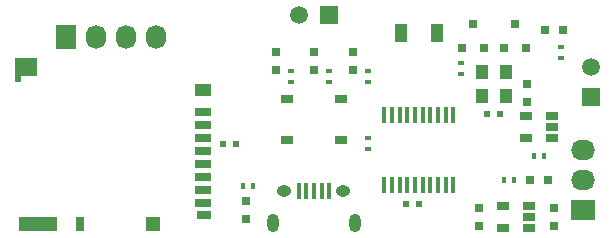
<source format=gts>
G04 #@! TF.FileFunction,Soldermask,Top*
%FSLAX46Y46*%
G04 Gerber Fmt 4.6, Leading zero omitted, Abs format (unit mm)*
G04 Created by KiCad (PCBNEW 4.0.2-stable) date Sun 10 Apr 2016 09:46:26 PM EDT*
%MOMM*%
G01*
G04 APERTURE LIST*
%ADD10C,0.150000*%
%ADD11R,1.727200X2.032000*%
%ADD12O,1.727200X2.032000*%
%ADD13R,1.500000X1.500000*%
%ADD14C,1.500000*%
%ADD15R,1.000000X1.600000*%
%ADD16R,1.100000X0.700000*%
%ADD17R,1.400000X0.700000*%
%ADD18R,1.400000X1.000000*%
%ADD19R,1.200000X0.700000*%
%ADD20R,1.200000X1.200000*%
%ADD21R,0.800000X1.200000*%
%ADD22R,3.200000X1.200000*%
%ADD23R,1.900000X1.500000*%
%ADD24R,0.500000X0.500000*%
%ADD25R,0.450000X1.450000*%
%ADD26R,2.032000X1.727200*%
%ADD27O,2.032000X1.727200*%
%ADD28R,0.750000X0.800000*%
%ADD29R,0.600000X0.500000*%
%ADD30R,1.000000X1.250000*%
%ADD31R,0.797560X0.797560*%
%ADD32R,0.400000X1.350000*%
%ADD33O,1.250000X0.950000*%
%ADD34O,1.000000X1.550000*%
%ADD35R,0.800100X0.800100*%
%ADD36R,0.400000X0.600000*%
%ADD37R,0.600000X0.400000*%
%ADD38R,1.060000X0.650000*%
G04 APERTURE END LIST*
D10*
D11*
X176657000Y-137033000D03*
D12*
X179197000Y-137033000D03*
X181737000Y-137033000D03*
X184277000Y-137033000D03*
D13*
X198882000Y-135128000D03*
D14*
X196342000Y-135128000D03*
D13*
X221107000Y-142113000D03*
D14*
X221107000Y-139573000D03*
D15*
X208002000Y-136652000D03*
X205002000Y-136652000D03*
D16*
X195362000Y-142268000D03*
X199862000Y-142268000D03*
X195362000Y-145768000D03*
X199862000Y-145768000D03*
D17*
X188222000Y-143358000D03*
X188222000Y-144458000D03*
X188222000Y-145558000D03*
X188222000Y-146658000D03*
X188222000Y-147758000D03*
X188222000Y-148858000D03*
X188222000Y-149958000D03*
X188222000Y-151058000D03*
D18*
X188222000Y-141458000D03*
D19*
X188322000Y-152058000D03*
D20*
X184022000Y-152858000D03*
D21*
X177822000Y-152858000D03*
D22*
X174222000Y-152858000D03*
D23*
X173222000Y-139558000D03*
D24*
X172522000Y-140558000D03*
D25*
X209427000Y-143608000D03*
X208777000Y-143608000D03*
X208127000Y-143608000D03*
X207477000Y-143608000D03*
X206827000Y-143608000D03*
X206177000Y-143608000D03*
X205527000Y-143608000D03*
X204877000Y-143608000D03*
X204227000Y-143608000D03*
X203577000Y-143608000D03*
X203577000Y-149508000D03*
X204227000Y-149508000D03*
X204877000Y-149508000D03*
X205527000Y-149508000D03*
X206177000Y-149508000D03*
X206827000Y-149508000D03*
X207477000Y-149508000D03*
X208127000Y-149508000D03*
X208777000Y-149508000D03*
X209427000Y-149508000D03*
D26*
X220357000Y-151638000D03*
D27*
X220357000Y-149098000D03*
X220357000Y-146558000D03*
D28*
X217932000Y-151523000D03*
X217932000Y-153023000D03*
X211582000Y-153023000D03*
X211582000Y-151523000D03*
X215646000Y-142482000D03*
X215646000Y-140982000D03*
D29*
X189950000Y-146050000D03*
X191050000Y-146050000D03*
D30*
X213852000Y-139954000D03*
X211852000Y-139954000D03*
D29*
X206544000Y-151130000D03*
X205444000Y-151130000D03*
D30*
X213852000Y-141986000D03*
X211852000Y-141986000D03*
D29*
X213402000Y-143510000D03*
X212302000Y-143510000D03*
D31*
X215912700Y-149098000D03*
X217411300Y-149098000D03*
X191897000Y-150888700D03*
X191897000Y-152387300D03*
X218681300Y-136398000D03*
X217182700Y-136398000D03*
X194437000Y-139814300D03*
X194437000Y-138315700D03*
X197612000Y-139814300D03*
X197612000Y-138315700D03*
X200914000Y-139814300D03*
X200914000Y-138315700D03*
D32*
X196311100Y-150075460D03*
X196961100Y-150075460D03*
X197611100Y-150075460D03*
X198261100Y-150075460D03*
X198911100Y-150075460D03*
D33*
X195111100Y-150075460D03*
X200111100Y-150075460D03*
D34*
X194111100Y-152775460D03*
X201111100Y-152775460D03*
D35*
X213680000Y-137906760D03*
X215580000Y-137906760D03*
X214630000Y-135907780D03*
X210124000Y-137906760D03*
X212024000Y-137906760D03*
X211074000Y-135907780D03*
D36*
X214572000Y-149098000D03*
X213672000Y-149098000D03*
X192474000Y-149606000D03*
X191574000Y-149606000D03*
D37*
X218567000Y-138753000D03*
X218567000Y-137853000D03*
X195707000Y-139885000D03*
X195707000Y-140785000D03*
X198882000Y-139885000D03*
X198882000Y-140785000D03*
X202184000Y-139885000D03*
X202184000Y-140785000D03*
D36*
X216212000Y-147066000D03*
X217112000Y-147066000D03*
D37*
X202184000Y-146500000D03*
X202184000Y-145600000D03*
X210058000Y-140150000D03*
X210058000Y-139250000D03*
D38*
X215857000Y-153223000D03*
X215857000Y-152273000D03*
X215857000Y-151323000D03*
X213657000Y-151323000D03*
X213657000Y-153223000D03*
X217762000Y-145603000D03*
X217762000Y-144653000D03*
X217762000Y-143703000D03*
X215562000Y-143703000D03*
X215562000Y-145603000D03*
M02*

</source>
